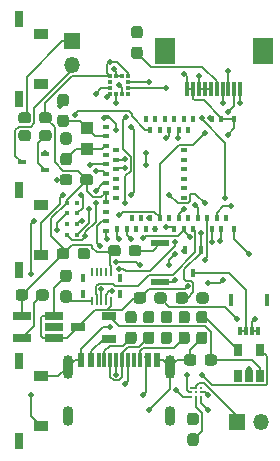
<source format=gbr>
%TF.GenerationSoftware,KiCad,Pcbnew,(5.99.0-2309-gaf729d578)*%
%TF.CreationDate,2020-08-23T06:16:52-04:00*%
%TF.ProjectId,mk2,6d6b322e-6b69-4636-9164-5f7063625858,rev?*%
%TF.SameCoordinates,Original*%
%TF.FileFunction,Copper,L1,Top*%
%TF.FilePolarity,Positive*%
%FSLAX46Y46*%
G04 Gerber Fmt 4.6, Leading zero omitted, Abs format (unit mm)*
G04 Created by KiCad (PCBNEW (5.99.0-2309-gaf729d578)) date 2020-08-23 06:16:52*
%MOMM*%
%LPD*%
G01*
G04 APERTURE LIST*
%TA.AperFunction,ComponentPad*%
%ADD10O,1.350000X1.350000*%
%TD*%
%TA.AperFunction,ComponentPad*%
%ADD11R,1.350000X1.350000*%
%TD*%
%TA.AperFunction,SMDPad,CuDef*%
%ADD12R,0.300000X0.350000*%
%TD*%
%TA.AperFunction,SMDPad,CuDef*%
%ADD13R,0.350000X0.300000*%
%TD*%
%TA.AperFunction,SMDPad,CuDef*%
%ADD14R,0.300000X1.000000*%
%TD*%
%TA.AperFunction,SMDPad,CuDef*%
%ADD15R,0.300000X0.700000*%
%TD*%
%TA.AperFunction,SMDPad,CuDef*%
%ADD16R,0.450000X0.655000*%
%TD*%
%TA.AperFunction,SMDPad,CuDef*%
%ADD17R,0.230000X0.750000*%
%TD*%
%TA.AperFunction,SMDPad,CuDef*%
%ADD18R,0.420000X0.400000*%
%TD*%
%TA.AperFunction,SMDPad,CuDef*%
%ADD19C,0.229500*%
%TD*%
%TA.AperFunction,SMDPad,CuDef*%
%ADD20R,0.300000X1.300000*%
%TD*%
%TA.AperFunction,SMDPad,CuDef*%
%ADD21R,1.800000X2.200000*%
%TD*%
%TA.AperFunction,SMDPad,CuDef*%
%ADD22R,0.700000X0.450000*%
%TD*%
%TA.AperFunction,SMDPad,CuDef*%
%ADD23R,0.600000X1.160000*%
%TD*%
%TA.AperFunction,SMDPad,CuDef*%
%ADD24R,0.300000X1.160000*%
%TD*%
%TA.AperFunction,ComponentPad*%
%ADD25O,0.900000X1.700000*%
%TD*%
%TA.AperFunction,ComponentPad*%
%ADD26O,0.900000X2.000000*%
%TD*%
%TA.AperFunction,SMDPad,CuDef*%
%ADD27R,0.800000X1.450000*%
%TD*%
%TA.AperFunction,SMDPad,CuDef*%
%ADD28R,1.270000X0.900000*%
%TD*%
%TA.AperFunction,SMDPad,CuDef*%
%ADD29R,0.450000X0.700000*%
%TD*%
%TA.AperFunction,SMDPad,CuDef*%
%ADD30R,1.100000X1.050000*%
%TD*%
%TA.AperFunction,SMDPad,CuDef*%
%ADD31R,0.650000X1.060000*%
%TD*%
%TA.AperFunction,SMDPad,CuDef*%
%ADD32R,1.560000X0.650000*%
%TD*%
%TA.AperFunction,SMDPad,CuDef*%
%ADD33R,1.500000X0.550000*%
%TD*%
%TA.AperFunction,SMDPad,CuDef*%
%ADD34R,0.400000X0.600000*%
%TD*%
%TA.AperFunction,SMDPad,CuDef*%
%ADD35R,0.600000X0.400000*%
%TD*%
%TA.AperFunction,SMDPad,CuDef*%
%ADD36R,1.220000X0.650000*%
%TD*%
%TA.AperFunction,ViaPad*%
%ADD37C,0.500000*%
%TD*%
%TA.AperFunction,Conductor*%
%ADD38C,0.130000*%
%TD*%
G04 APERTURE END LIST*
D10*
%TO.P,J3,2,Pin_2*%
%TO.N,Net-(J3-Pad2)*%
X17500000Y-17250000D03*
D11*
%TO.P,J3,1,Pin_1*%
%TO.N,Net-(J3-Pad1)*%
X17500000Y-15250000D03*
%TD*%
D10*
%TO.P,BT1,2,-*%
%TO.N,GND*%
X33500000Y-47500000D03*
D11*
%TO.P,BT1,1,+*%
%TO.N,+BATT*%
X31500000Y-47500000D03*
%TD*%
D12*
%TO.P,U4,8,GNDIO*%
%TO.N,GND*%
X21750000Y-18225000D03*
%TO.P,U4,9,GND*%
X21250000Y-18225000D03*
%TO.P,U4,3,VDDIO*%
%TO.N,VCC*%
X21750000Y-19775000D03*
%TO.P,U4,2,SDX*%
%TO.N,SDA*%
X21250000Y-19775000D03*
%TO.P,U4,7,VDD*%
%TO.N,VCC*%
X22250000Y-18225000D03*
%TO.P,U4,4*%
%TO.N,N/C*%
X22250000Y-19775000D03*
D13*
%TO.P,U4,6,INT2*%
%TO.N,ACCELINT2*%
X22275000Y-18750000D03*
%TO.P,U4,5,INT1*%
%TO.N,ACCELINT1*%
X22275000Y-19250000D03*
D12*
%TO.P,U4,10,~CSB~*%
%TO.N,VCC*%
X20750000Y-18225000D03*
%TO.P,U4,1,SDO*%
%TO.N,GND*%
X20750000Y-19775000D03*
D13*
%TO.P,U4,11*%
%TO.N,N/C*%
X20725000Y-18750000D03*
%TO.P,U4,12,SCX*%
%TO.N,SCL*%
X20725000Y-19250000D03*
%TD*%
D14*
%TO.P,J4,S2,SHIELD__1*%
%TO.N,N/C*%
X30960000Y-37175000D03*
%TO.P,J4,S1,SHIELD*%
X34040000Y-37175000D03*
D15*
%TO.P,J4,4,4*%
%TO.N,Net-(J4-Pad3)*%
X31750000Y-39825000D03*
%TO.P,J4,3,3*%
X32250000Y-39825000D03*
%TO.P,J4,2,2*%
%TO.N,Net-(J4-Pad1)*%
X32750000Y-39825000D03*
%TO.P,J4,1,1*%
X33250000Y-39825000D03*
%TD*%
%TO.P,R16,2*%
%TO.N,Net-(J3-Pad1)*%
%TA.AperFunction,SMDPad,CuDef*%
G36*
G01*
X14025000Y-21512500D02*
X14025000Y-21987500D01*
G75*
G02*
X13787500Y-22225000I-237500J0D01*
G01*
X13212500Y-22225000D01*
G75*
G02*
X12975000Y-21987500I0J237500D01*
G01*
X12975000Y-21512500D01*
G75*
G02*
X13212500Y-21275000I237500J0D01*
G01*
X13787500Y-21275000D01*
G75*
G02*
X14025000Y-21512500I0J-237500D01*
G01*
G37*
%TD.AperFunction*%
%TO.P,R16,1*%
%TO.N,VCC*%
%TA.AperFunction,SMDPad,CuDef*%
G36*
G01*
X15775000Y-21512500D02*
X15775000Y-21987500D01*
G75*
G02*
X15537500Y-22225000I-237500J0D01*
G01*
X14962500Y-22225000D01*
G75*
G02*
X14725000Y-21987500I0J237500D01*
G01*
X14725000Y-21512500D01*
G75*
G02*
X14962500Y-21275000I237500J0D01*
G01*
X15537500Y-21275000D01*
G75*
G02*
X15775000Y-21512500I0J-237500D01*
G01*
G37*
%TD.AperFunction*%
%TD*%
%TO.P,R15,2*%
%TO.N,GND*%
%TA.AperFunction,SMDPad,CuDef*%
G36*
G01*
X14025000Y-23012500D02*
X14025000Y-23487500D01*
G75*
G02*
X13787500Y-23725000I-237500J0D01*
G01*
X13212500Y-23725000D01*
G75*
G02*
X12975000Y-23487500I0J237500D01*
G01*
X12975000Y-23012500D01*
G75*
G02*
X13212500Y-22775000I237500J0D01*
G01*
X13787500Y-22775000D01*
G75*
G02*
X14025000Y-23012500I0J-237500D01*
G01*
G37*
%TD.AperFunction*%
%TO.P,R15,1*%
%TO.N,BUZZER*%
%TA.AperFunction,SMDPad,CuDef*%
G36*
G01*
X15775000Y-23012500D02*
X15775000Y-23487500D01*
G75*
G02*
X15537500Y-23725000I-237500J0D01*
G01*
X14962500Y-23725000D01*
G75*
G02*
X14725000Y-23487500I0J237500D01*
G01*
X14725000Y-23012500D01*
G75*
G02*
X14962500Y-22775000I237500J0D01*
G01*
X15537500Y-22775000D01*
G75*
G02*
X15775000Y-23012500I0J-237500D01*
G01*
G37*
%TD.AperFunction*%
%TD*%
%TO.P,R14,2*%
%TO.N,Net-(J4-Pad1)*%
%TA.AperFunction,SMDPad,CuDef*%
G36*
G01*
X24475000Y-37237500D02*
X24475000Y-36762500D01*
G75*
G02*
X24712500Y-36525000I237500J0D01*
G01*
X25287500Y-36525000D01*
G75*
G02*
X25525000Y-36762500I0J-237500D01*
G01*
X25525000Y-37237500D01*
G75*
G02*
X25287500Y-37475000I-237500J0D01*
G01*
X24712500Y-37475000D01*
G75*
G02*
X24475000Y-37237500I0J237500D01*
G01*
G37*
%TD.AperFunction*%
%TO.P,R14,1*%
%TO.N,VIN*%
%TA.AperFunction,SMDPad,CuDef*%
G36*
G01*
X22725000Y-37237500D02*
X22725000Y-36762500D01*
G75*
G02*
X22962500Y-36525000I237500J0D01*
G01*
X23537500Y-36525000D01*
G75*
G02*
X23775000Y-36762500I0J-237500D01*
G01*
X23775000Y-37237500D01*
G75*
G02*
X23537500Y-37475000I-237500J0D01*
G01*
X22962500Y-37475000D01*
G75*
G02*
X22725000Y-37237500I0J237500D01*
G01*
G37*
%TD.AperFunction*%
%TD*%
%TO.P,R13,2*%
%TO.N,GND*%
%TA.AperFunction,SMDPad,CuDef*%
G36*
G01*
X28026000Y-37237500D02*
X28026000Y-36762500D01*
G75*
G02*
X28263500Y-36525000I237500J0D01*
G01*
X28838500Y-36525000D01*
G75*
G02*
X29076000Y-36762500I0J-237500D01*
G01*
X29076000Y-37237500D01*
G75*
G02*
X28838500Y-37475000I-237500J0D01*
G01*
X28263500Y-37475000D01*
G75*
G02*
X28026000Y-37237500I0J237500D01*
G01*
G37*
%TD.AperFunction*%
%TO.P,R13,1*%
%TO.N,BACKLIGHT*%
%TA.AperFunction,SMDPad,CuDef*%
G36*
G01*
X26276000Y-37237500D02*
X26276000Y-36762500D01*
G75*
G02*
X26513500Y-36525000I237500J0D01*
G01*
X27088500Y-36525000D01*
G75*
G02*
X27326000Y-36762500I0J-237500D01*
G01*
X27326000Y-37237500D01*
G75*
G02*
X27088500Y-37475000I-237500J0D01*
G01*
X26513500Y-37475000D01*
G75*
G02*
X26276000Y-37237500I0J237500D01*
G01*
G37*
%TD.AperFunction*%
%TD*%
%TO.P,R12,2*%
%TO.N,GND*%
%TA.AperFunction,SMDPad,CuDef*%
G36*
G01*
X27237500Y-39150000D02*
X26762500Y-39150000D01*
G75*
G02*
X26525000Y-38912500I0J237500D01*
G01*
X26525000Y-38337500D01*
G75*
G02*
X26762500Y-38100000I237500J0D01*
G01*
X27237500Y-38100000D01*
G75*
G02*
X27475000Y-38337500I0J-237500D01*
G01*
X27475000Y-38912500D01*
G75*
G02*
X27237500Y-39150000I-237500J0D01*
G01*
G37*
%TD.AperFunction*%
%TO.P,R12,1*%
%TO.N,Net-(J2-PadB5)*%
%TA.AperFunction,SMDPad,CuDef*%
G36*
G01*
X27237500Y-40900000D02*
X26762500Y-40900000D01*
G75*
G02*
X26525000Y-40662500I0J237500D01*
G01*
X26525000Y-40087500D01*
G75*
G02*
X26762500Y-39850000I237500J0D01*
G01*
X27237500Y-39850000D01*
G75*
G02*
X27475000Y-40087500I0J-237500D01*
G01*
X27475000Y-40662500D01*
G75*
G02*
X27237500Y-40900000I-237500J0D01*
G01*
G37*
%TD.AperFunction*%
%TD*%
%TO.P,R11,2*%
%TO.N,GND*%
%TA.AperFunction,SMDPad,CuDef*%
G36*
G01*
X22737500Y-39150000D02*
X22262500Y-39150000D01*
G75*
G02*
X22025000Y-38912500I0J237500D01*
G01*
X22025000Y-38337500D01*
G75*
G02*
X22262500Y-38100000I237500J0D01*
G01*
X22737500Y-38100000D01*
G75*
G02*
X22975000Y-38337500I0J-237500D01*
G01*
X22975000Y-38912500D01*
G75*
G02*
X22737500Y-39150000I-237500J0D01*
G01*
G37*
%TD.AperFunction*%
%TO.P,R11,1*%
%TO.N,Net-(J2-PadA5)*%
%TA.AperFunction,SMDPad,CuDef*%
G36*
G01*
X22737500Y-40900000D02*
X22262500Y-40900000D01*
G75*
G02*
X22025000Y-40662500I0J237500D01*
G01*
X22025000Y-40087500D01*
G75*
G02*
X22262500Y-39850000I237500J0D01*
G01*
X22737500Y-39850000D01*
G75*
G02*
X22975000Y-40087500I0J-237500D01*
G01*
X22975000Y-40662500D01*
G75*
G02*
X22737500Y-40900000I-237500J0D01*
G01*
G37*
%TD.AperFunction*%
%TD*%
%TO.P,R9,2*%
%TO.N,GND*%
%TA.AperFunction,SMDPad,CuDef*%
G36*
G01*
X28262500Y-39850000D02*
X28737500Y-39850000D01*
G75*
G02*
X28975000Y-40087500I0J-237500D01*
G01*
X28975000Y-40662500D01*
G75*
G02*
X28737500Y-40900000I-237500J0D01*
G01*
X28262500Y-40900000D01*
G75*
G02*
X28025000Y-40662500I0J237500D01*
G01*
X28025000Y-40087500D01*
G75*
G02*
X28262500Y-39850000I237500J0D01*
G01*
G37*
%TD.AperFunction*%
%TO.P,R9,1*%
%TO.N,Net-(R9-Pad1)*%
%TA.AperFunction,SMDPad,CuDef*%
G36*
G01*
X28262500Y-38100000D02*
X28737500Y-38100000D01*
G75*
G02*
X28975000Y-38337500I0J-237500D01*
G01*
X28975000Y-38912500D01*
G75*
G02*
X28737500Y-39150000I-237500J0D01*
G01*
X28262500Y-39150000D01*
G75*
G02*
X28025000Y-38912500I0J237500D01*
G01*
X28025000Y-38337500D01*
G75*
G02*
X28262500Y-38100000I237500J0D01*
G01*
G37*
%TD.AperFunction*%
%TD*%
%TO.P,R6,2*%
%TO.N,RST*%
%TA.AperFunction,SMDPad,CuDef*%
G36*
G01*
X22319000Y-33237500D02*
X22319000Y-32762500D01*
G75*
G02*
X22556500Y-32525000I237500J0D01*
G01*
X23131500Y-32525000D01*
G75*
G02*
X23369000Y-32762500I0J-237500D01*
G01*
X23369000Y-33237500D01*
G75*
G02*
X23131500Y-33475000I-237500J0D01*
G01*
X22556500Y-33475000D01*
G75*
G02*
X22319000Y-33237500I0J237500D01*
G01*
G37*
%TD.AperFunction*%
%TO.P,R6,1*%
%TO.N,VCC*%
%TA.AperFunction,SMDPad,CuDef*%
G36*
G01*
X20569000Y-33237500D02*
X20569000Y-32762500D01*
G75*
G02*
X20806500Y-32525000I237500J0D01*
G01*
X21381500Y-32525000D01*
G75*
G02*
X21619000Y-32762500I0J-237500D01*
G01*
X21619000Y-33237500D01*
G75*
G02*
X21381500Y-33475000I-237500J0D01*
G01*
X20806500Y-33475000D01*
G75*
G02*
X20569000Y-33237500I0J237500D01*
G01*
G37*
%TD.AperFunction*%
%TD*%
%TO.P,R4,2*%
%TO.N,USB_DP*%
%TA.AperFunction,SMDPad,CuDef*%
G36*
G01*
X25262500Y-39850000D02*
X25737500Y-39850000D01*
G75*
G02*
X25975000Y-40087500I0J-237500D01*
G01*
X25975000Y-40662500D01*
G75*
G02*
X25737500Y-40900000I-237500J0D01*
G01*
X25262500Y-40900000D01*
G75*
G02*
X25025000Y-40662500I0J237500D01*
G01*
X25025000Y-40087500D01*
G75*
G02*
X25262500Y-39850000I237500J0D01*
G01*
G37*
%TD.AperFunction*%
%TO.P,R4,1*%
%TO.N,Net-(IC1-Pad35)*%
%TA.AperFunction,SMDPad,CuDef*%
G36*
G01*
X25262500Y-38100000D02*
X25737500Y-38100000D01*
G75*
G02*
X25975000Y-38337500I0J-237500D01*
G01*
X25975000Y-38912500D01*
G75*
G02*
X25737500Y-39150000I-237500J0D01*
G01*
X25262500Y-39150000D01*
G75*
G02*
X25025000Y-38912500I0J237500D01*
G01*
X25025000Y-38337500D01*
G75*
G02*
X25262500Y-38100000I237500J0D01*
G01*
G37*
%TD.AperFunction*%
%TD*%
%TO.P,R3,2*%
%TO.N,USB_DN*%
%TA.AperFunction,SMDPad,CuDef*%
G36*
G01*
X23762500Y-39850000D02*
X24237500Y-39850000D01*
G75*
G02*
X24475000Y-40087500I0J-237500D01*
G01*
X24475000Y-40662500D01*
G75*
G02*
X24237500Y-40900000I-237500J0D01*
G01*
X23762500Y-40900000D01*
G75*
G02*
X23525000Y-40662500I0J237500D01*
G01*
X23525000Y-40087500D01*
G75*
G02*
X23762500Y-39850000I237500J0D01*
G01*
G37*
%TD.AperFunction*%
%TO.P,R3,1*%
%TO.N,Net-(IC1-Pad34)*%
%TA.AperFunction,SMDPad,CuDef*%
G36*
G01*
X23762500Y-38100000D02*
X24237500Y-38100000D01*
G75*
G02*
X24475000Y-38337500I0J-237500D01*
G01*
X24475000Y-38912500D01*
G75*
G02*
X24237500Y-39150000I-237500J0D01*
G01*
X23762500Y-39150000D01*
G75*
G02*
X23525000Y-38912500I0J237500D01*
G01*
X23525000Y-38337500D01*
G75*
G02*
X23762500Y-38100000I237500J0D01*
G01*
G37*
%TD.AperFunction*%
%TD*%
%TO.P,C20,2*%
%TO.N,GND*%
%TA.AperFunction,SMDPad,CuDef*%
G36*
G01*
X28025000Y-42012500D02*
X28025000Y-42487500D01*
G75*
G02*
X27787500Y-42725000I-237500J0D01*
G01*
X27212500Y-42725000D01*
G75*
G02*
X26975000Y-42487500I0J237500D01*
G01*
X26975000Y-42012500D01*
G75*
G02*
X27212500Y-41775000I237500J0D01*
G01*
X27787500Y-41775000D01*
G75*
G02*
X28025000Y-42012500I0J-237500D01*
G01*
G37*
%TD.AperFunction*%
%TO.P,C20,1*%
%TO.N,BATTPOW*%
%TA.AperFunction,SMDPad,CuDef*%
G36*
G01*
X29775000Y-42012500D02*
X29775000Y-42487500D01*
G75*
G02*
X29537500Y-42725000I-237500J0D01*
G01*
X28962500Y-42725000D01*
G75*
G02*
X28725000Y-42487500I0J237500D01*
G01*
X28725000Y-42012500D01*
G75*
G02*
X28962500Y-41775000I237500J0D01*
G01*
X29537500Y-41775000D01*
G75*
G02*
X29775000Y-42012500I0J-237500D01*
G01*
G37*
%TD.AperFunction*%
%TD*%
%TO.P,C10,2*%
%TO.N,GND*%
%TA.AperFunction,SMDPad,CuDef*%
G36*
G01*
X27987500Y-47775000D02*
X27512500Y-47775000D01*
G75*
G02*
X27275000Y-47537500I0J237500D01*
G01*
X27275000Y-46962500D01*
G75*
G02*
X27512500Y-46725000I237500J0D01*
G01*
X27987500Y-46725000D01*
G75*
G02*
X28225000Y-46962500I0J-237500D01*
G01*
X28225000Y-47537500D01*
G75*
G02*
X27987500Y-47775000I-237500J0D01*
G01*
G37*
%TD.AperFunction*%
%TO.P,C10,1*%
%TO.N,Net-(C10-Pad1)*%
%TA.AperFunction,SMDPad,CuDef*%
G36*
G01*
X27987500Y-49525000D02*
X27512500Y-49525000D01*
G75*
G02*
X27275000Y-49287500I0J237500D01*
G01*
X27275000Y-48712500D01*
G75*
G02*
X27512500Y-48475000I237500J0D01*
G01*
X27987500Y-48475000D01*
G75*
G02*
X28225000Y-48712500I0J-237500D01*
G01*
X28225000Y-49287500D01*
G75*
G02*
X27987500Y-49525000I-237500J0D01*
G01*
G37*
%TD.AperFunction*%
%TD*%
%TO.P,C9,2*%
%TO.N,GND*%
%TA.AperFunction,SMDPad,CuDef*%
G36*
G01*
X23237500Y-15025000D02*
X22762500Y-15025000D01*
G75*
G02*
X22525000Y-14787500I0J237500D01*
G01*
X22525000Y-14212500D01*
G75*
G02*
X22762500Y-13975000I237500J0D01*
G01*
X23237500Y-13975000D01*
G75*
G02*
X23475000Y-14212500I0J-237500D01*
G01*
X23475000Y-14787500D01*
G75*
G02*
X23237500Y-15025000I-237500J0D01*
G01*
G37*
%TD.AperFunction*%
%TO.P,C9,1*%
%TO.N,LCD_DISP*%
%TA.AperFunction,SMDPad,CuDef*%
G36*
G01*
X23237500Y-16775000D02*
X22762500Y-16775000D01*
G75*
G02*
X22525000Y-16537500I0J237500D01*
G01*
X22525000Y-15962500D01*
G75*
G02*
X22762500Y-15725000I237500J0D01*
G01*
X23237500Y-15725000D01*
G75*
G02*
X23475000Y-15962500I0J-237500D01*
G01*
X23475000Y-16537500D01*
G75*
G02*
X23237500Y-16775000I-237500J0D01*
G01*
G37*
%TD.AperFunction*%
%TD*%
%TO.P,C7,2*%
%TO.N,GND*%
%TA.AperFunction,SMDPad,CuDef*%
G36*
G01*
X17975000Y-33487500D02*
X17975000Y-33012500D01*
G75*
G02*
X18212500Y-32775000I237500J0D01*
G01*
X18787500Y-32775000D01*
G75*
G02*
X19025000Y-33012500I0J-237500D01*
G01*
X19025000Y-33487500D01*
G75*
G02*
X18787500Y-33725000I-237500J0D01*
G01*
X18212500Y-33725000D01*
G75*
G02*
X17975000Y-33487500I0J237500D01*
G01*
G37*
%TD.AperFunction*%
%TO.P,C7,1*%
%TO.N,VCC*%
%TA.AperFunction,SMDPad,CuDef*%
G36*
G01*
X16225000Y-33487500D02*
X16225000Y-33012500D01*
G75*
G02*
X16462500Y-32775000I237500J0D01*
G01*
X17037500Y-32775000D01*
G75*
G02*
X17275000Y-33012500I0J-237500D01*
G01*
X17275000Y-33487500D01*
G75*
G02*
X17037500Y-33725000I-237500J0D01*
G01*
X16462500Y-33725000D01*
G75*
G02*
X16225000Y-33487500I0J237500D01*
G01*
G37*
%TD.AperFunction*%
%TD*%
%TO.P,C4,2*%
%TO.N,GND*%
%TA.AperFunction,SMDPad,CuDef*%
G36*
G01*
X16762500Y-36350000D02*
X17237500Y-36350000D01*
G75*
G02*
X17475000Y-36587500I0J-237500D01*
G01*
X17475000Y-37162500D01*
G75*
G02*
X17237500Y-37400000I-237500J0D01*
G01*
X16762500Y-37400000D01*
G75*
G02*
X16525000Y-37162500I0J237500D01*
G01*
X16525000Y-36587500D01*
G75*
G02*
X16762500Y-36350000I237500J0D01*
G01*
G37*
%TD.AperFunction*%
%TO.P,C4,1*%
%TO.N,VIN*%
%TA.AperFunction,SMDPad,CuDef*%
G36*
G01*
X16762500Y-34600000D02*
X17237500Y-34600000D01*
G75*
G02*
X17475000Y-34837500I0J-237500D01*
G01*
X17475000Y-35412500D01*
G75*
G02*
X17237500Y-35650000I-237500J0D01*
G01*
X16762500Y-35650000D01*
G75*
G02*
X16525000Y-35412500I0J237500D01*
G01*
X16525000Y-34837500D01*
G75*
G02*
X16762500Y-34600000I237500J0D01*
G01*
G37*
%TD.AperFunction*%
%TD*%
%TO.P,C3,2*%
%TO.N,GND*%
%TA.AperFunction,SMDPad,CuDef*%
G36*
G01*
X17525000Y-26762500D02*
X17525000Y-27237500D01*
G75*
G02*
X17287500Y-27475000I-237500J0D01*
G01*
X16712500Y-27475000D01*
G75*
G02*
X16475000Y-27237500I0J237500D01*
G01*
X16475000Y-26762500D01*
G75*
G02*
X16712500Y-26525000I237500J0D01*
G01*
X17287500Y-26525000D01*
G75*
G02*
X17525000Y-26762500I0J-237500D01*
G01*
G37*
%TD.AperFunction*%
%TO.P,C3,1*%
%TO.N,VCC*%
%TA.AperFunction,SMDPad,CuDef*%
G36*
G01*
X19275000Y-26762500D02*
X19275000Y-27237500D01*
G75*
G02*
X19037500Y-27475000I-237500J0D01*
G01*
X18462500Y-27475000D01*
G75*
G02*
X18225000Y-27237500I0J237500D01*
G01*
X18225000Y-26762500D01*
G75*
G02*
X18462500Y-26525000I237500J0D01*
G01*
X19037500Y-26525000D01*
G75*
G02*
X19275000Y-26762500I0J-237500D01*
G01*
G37*
%TD.AperFunction*%
%TD*%
%TO.P,C2,2*%
%TO.N,/XL2*%
%TA.AperFunction,SMDPad,CuDef*%
G36*
G01*
X16762500Y-24725000D02*
X17237500Y-24725000D01*
G75*
G02*
X17475000Y-24962500I0J-237500D01*
G01*
X17475000Y-25537500D01*
G75*
G02*
X17237500Y-25775000I-237500J0D01*
G01*
X16762500Y-25775000D01*
G75*
G02*
X16525000Y-25537500I0J237500D01*
G01*
X16525000Y-24962500D01*
G75*
G02*
X16762500Y-24725000I237500J0D01*
G01*
G37*
%TD.AperFunction*%
%TO.P,C2,1*%
%TO.N,GND*%
%TA.AperFunction,SMDPad,CuDef*%
G36*
G01*
X16762500Y-22975000D02*
X17237500Y-22975000D01*
G75*
G02*
X17475000Y-23212500I0J-237500D01*
G01*
X17475000Y-23787500D01*
G75*
G02*
X17237500Y-24025000I-237500J0D01*
G01*
X16762500Y-24025000D01*
G75*
G02*
X16525000Y-23787500I0J237500D01*
G01*
X16525000Y-23212500D01*
G75*
G02*
X16762500Y-22975000I237500J0D01*
G01*
G37*
%TD.AperFunction*%
%TD*%
%TO.P,C1,2*%
%TO.N,/XL1*%
%TA.AperFunction,SMDPad,CuDef*%
G36*
G01*
X16512500Y-21475000D02*
X16987500Y-21475000D01*
G75*
G02*
X17225000Y-21712500I0J-237500D01*
G01*
X17225000Y-22287500D01*
G75*
G02*
X16987500Y-22525000I-237500J0D01*
G01*
X16512500Y-22525000D01*
G75*
G02*
X16275000Y-22287500I0J237500D01*
G01*
X16275000Y-21712500D01*
G75*
G02*
X16512500Y-21475000I237500J0D01*
G01*
G37*
%TD.AperFunction*%
%TO.P,C1,1*%
%TO.N,GND*%
%TA.AperFunction,SMDPad,CuDef*%
G36*
G01*
X16512500Y-19725000D02*
X16987500Y-19725000D01*
G75*
G02*
X17225000Y-19962500I0J-237500D01*
G01*
X17225000Y-20537500D01*
G75*
G02*
X16987500Y-20775000I-237500J0D01*
G01*
X16512500Y-20775000D01*
G75*
G02*
X16275000Y-20537500I0J237500D01*
G01*
X16275000Y-19962500D01*
G75*
G02*
X16512500Y-19725000I237500J0D01*
G01*
G37*
%TD.AperFunction*%
%TD*%
D16*
%TO.P,P1,P2*%
%TO.N,N/C*%
X18400000Y-36702500D03*
%TO.P,P1,P4*%
X18400000Y-35297500D03*
%TO.P,P1,P3*%
X21600000Y-35297500D03*
%TO.P,P1,P1*%
X21600000Y-36702500D03*
D17*
%TO.P,P1,9,9*%
%TO.N,GND*%
X19200000Y-37225000D03*
%TO.P,P1,1,1*%
%TO.N,VIN*%
X20800000Y-37225000D03*
%TO.P,P1,7,7*%
%TO.N,BUTTON4*%
X19600000Y-37225000D03*
%TO.P,P1,3,3*%
%TO.N,FLASHLIGHT*%
X20400000Y-37225000D03*
%TO.P,P1,5,5*%
%TO.N,BUTTON2*%
X20000000Y-37225000D03*
%TO.P,P1,10,10*%
%TO.N,N/C*%
X19200000Y-34775000D03*
%TO.P,P1,2,2*%
%TO.N,VCC*%
X20800000Y-34775000D03*
%TO.P,P1,8,8*%
%TO.N,N/C*%
X19600000Y-34775000D03*
%TO.P,P1,4,4*%
X20400000Y-34775000D03*
%TO.P,P1,6,6*%
X20000000Y-34775000D03*
%TD*%
D18*
%TO.P,IC2,4*%
%TO.N,N/C*%
X17950000Y-28950000D03*
%TO.P,IC2,3,VSS*%
%TO.N,GND*%
X17950000Y-29850000D03*
%TO.P,IC2,2,SQW*%
%TO.N,SQW*%
X17950000Y-30750000D03*
%TO.P,IC2,1,SDA*%
%TO.N,SDA*%
X17950000Y-31650000D03*
%TO.P,IC2,5,VCC*%
%TO.N,VCC*%
X17050000Y-28950000D03*
%TO.P,IC2,6,~IRQ/OUT~*%
%TO.N,RTCIRQ*%
X17050000Y-29850000D03*
%TO.P,IC2,7*%
%TO.N,N/C*%
X17050000Y-30750000D03*
%TO.P,IC2,8,SCL*%
%TO.N,SCL*%
X17050000Y-31650000D03*
%TD*%
D19*
%TO.P,U6,C3,GND*%
%TO.N,GND*%
X28400000Y-45400000D03*
%TO.P,U6,C2,REG*%
%TO.N,Net-(C10-Pad1)*%
X28000000Y-45400000D03*
%TO.P,U6,C1,SDA*%
%TO.N,SDA*%
X27600000Y-45400000D03*
%TO.P,U6,B3,SYS*%
%TO.N,BATTPOW*%
X28400000Y-45000000D03*
%TO.P,U6,B2,~ALRT~*%
%TO.N,N/C*%
X28000000Y-45000000D03*
%TO.P,U6,B1,SCL*%
%TO.N,SCL*%
X27600000Y-45000000D03*
%TO.P,U6,A3,NC*%
%TO.N,N/C*%
X28400000Y-44600000D03*
%TO.P,U6,A2,BATT*%
%TO.N,+BATT*%
X28000000Y-44600000D03*
%TO.P,U6,A1,TH*%
X27600000Y-44600000D03*
%TD*%
D20*
%TO.P,J1,10,Pin_10*%
%TO.N,GND*%
X27250000Y-19350000D03*
%TO.P,J1,9,Pin_9*%
X27750000Y-19350000D03*
%TO.P,J1,8,Pin_8*%
%TO.N,VIN*%
X28250000Y-19350000D03*
%TO.P,J1,7,Pin_7*%
X28750000Y-19350000D03*
%TO.P,J1,6,Pin_6*%
X29250000Y-19350000D03*
%TO.P,J1,5,Pin_5*%
%TO.N,LCD_DISP*%
X29750000Y-19350000D03*
%TO.P,J1,4,Pin_4*%
%TO.N,SQW*%
X30250000Y-19350000D03*
%TO.P,J1,3,Pin_3*%
%TO.N,LCD_CS*%
X30750000Y-19350000D03*
%TO.P,J1,2,Pin_2*%
%TO.N,SPI_MOSI*%
X31250000Y-19350000D03*
%TO.P,J1,1,Pin_1*%
%TO.N,SPI_CLK*%
X31750000Y-19350000D03*
D21*
%TO.P,J1,MP*%
%TO.N,N/C*%
X33650000Y-16100000D03*
X25350000Y-16100000D03*
%TD*%
D22*
%TO.P,Q4,3,D*%
%TO.N,Net-(J3-Pad2)*%
X13250000Y-25500000D03*
%TO.P,Q4,2,S*%
%TO.N,GND*%
X15250000Y-24850000D03*
%TO.P,Q4,1,G*%
%TO.N,BUZZER*%
X15250000Y-26150000D03*
%TD*%
D23*
%TO.P,J2,A12,GND*%
%TO.N,GND*%
X24700000Y-42240000D03*
%TO.P,J2,A9,VBUS*%
%TO.N,VUSB*%
X23900000Y-42240000D03*
%TO.P,J2,A1,GND*%
%TO.N,GND*%
X18300000Y-42240000D03*
%TO.P,J2,A4,VBUS*%
%TO.N,VUSB*%
X19100000Y-42240000D03*
D24*
%TO.P,J2,B5,CC2*%
%TO.N,Net-(J2-PadB5)*%
X23250000Y-42240000D03*
%TO.P,J2,B6,D+*%
%TO.N,USB_DP*%
X22250000Y-42240000D03*
%TO.P,J2,A8,SBU1*%
%TO.N,N/C*%
X22750000Y-42240000D03*
%TO.P,J2,A5,CC1*%
%TO.N,Net-(J2-PadA5)*%
X20250000Y-42240000D03*
%TO.P,J2,B8,SBU2*%
%TO.N,N/C*%
X19750000Y-42240000D03*
%TO.P,J2,A7,D-*%
%TO.N,USB_DN*%
X21750000Y-42240000D03*
%TO.P,J2,A6,D+*%
%TO.N,USB_DP*%
X21250000Y-42240000D03*
%TO.P,J2,B7,D-*%
%TO.N,USB_DN*%
X20750000Y-42240000D03*
D25*
%TO.P,J2,S1,SHIELD*%
%TO.N,GND*%
X25820000Y-46990000D03*
X17180000Y-46990000D03*
D26*
X25820000Y-42820000D03*
X17180000Y-42820000D03*
%TD*%
D27*
%TO.P,SW4,4*%
%TO.N,N/C*%
X13000000Y-49125000D03*
%TO.P,SW4,3*%
X13000000Y-42375000D03*
D28*
%TO.P,SW4,2,2*%
%TO.N,BUTTON3*%
X14885000Y-47850000D03*
%TO.P,SW4,1,1*%
%TO.N,GND*%
X14885000Y-43650000D03*
%TD*%
D27*
%TO.P,SW2,4*%
%TO.N,N/C*%
X13000000Y-20125000D03*
%TO.P,SW2,3*%
X13000000Y-13375000D03*
D28*
%TO.P,SW2,2,2*%
%TO.N,BUTTON1*%
X14885000Y-18850000D03*
%TO.P,SW2,1,1*%
%TO.N,GND*%
X14885000Y-14650000D03*
%TD*%
D27*
%TO.P,SW1,4*%
%TO.N,N/C*%
X13000000Y-34625000D03*
%TO.P,SW1,3*%
X13000000Y-27875000D03*
D28*
%TO.P,SW1,2,2*%
%TO.N,BUTTON5*%
X14885000Y-33350000D03*
%TO.P,SW1,1,1*%
%TO.N,GND*%
X14885000Y-29150000D03*
%TD*%
D29*
%TO.P,Q3,3,D*%
%TO.N,Net-(J4-Pad3)*%
X27750000Y-34909000D03*
%TO.P,Q3,2,S*%
%TO.N,GND*%
X27100000Y-32909000D03*
%TO.P,Q3,1,G*%
%TO.N,BACKLIGHT*%
X28400000Y-32909000D03*
%TD*%
D30*
%TO.P,Y1,2,2*%
%TO.N,/XL1*%
X18750000Y-22575000D03*
%TO.P,Y1,1,1*%
%TO.N,/XL2*%
X18750000Y-24425000D03*
%TD*%
D31*
%TO.P,U3,5,PROG*%
%TO.N,Net-(R9-Pad1)*%
X31550000Y-41400000D03*
%TO.P,U3,4,VDD*%
%TO.N,VUSB*%
X33450000Y-41400000D03*
%TO.P,U3,3,VBAT*%
%TO.N,BATTPOW*%
X33450000Y-43600000D03*
%TO.P,U3,2,VSS*%
%TO.N,GND*%
X32500000Y-43600000D03*
%TO.P,U3,1,STAT*%
%TO.N,CHGNG*%
X31550000Y-43600000D03*
%TD*%
D32*
%TO.P,U2,5,SW*%
%TO.N,Net-(L1-Pad1)*%
X13250000Y-40400000D03*
%TO.P,U2,4,FB*%
%TO.N,VCC*%
X13250000Y-38500000D03*
%TO.P,U2,3,EN*%
%TO.N,VIN*%
X15950000Y-38500000D03*
%TO.P,U2,2,GND*%
%TO.N,GND*%
X15950000Y-39450000D03*
%TO.P,U2,1,VIN*%
%TO.N,VIN*%
X15950000Y-40400000D03*
%TD*%
D33*
%TO.P,SW_RESET1,2,2*%
%TO.N,GND*%
X24956000Y-35625000D03*
%TO.P,SW_RESET1,1,1*%
%TO.N,RST*%
X24956000Y-32375000D03*
%TD*%
%TO.P,L1,2,2*%
%TO.N,VCC*%
%TA.AperFunction,SMDPad,CuDef*%
G36*
G01*
X13775000Y-36512500D02*
X13775000Y-36987500D01*
G75*
G02*
X13537500Y-37225000I-237500J0D01*
G01*
X12962500Y-37225000D01*
G75*
G02*
X12725000Y-36987500I0J237500D01*
G01*
X12725000Y-36512500D01*
G75*
G02*
X12962500Y-36275000I237500J0D01*
G01*
X13537500Y-36275000D01*
G75*
G02*
X13775000Y-36512500I0J-237500D01*
G01*
G37*
%TD.AperFunction*%
%TO.P,L1,1,1*%
%TO.N,Net-(L1-Pad1)*%
%TA.AperFunction,SMDPad,CuDef*%
G36*
G01*
X15525000Y-36512500D02*
X15525000Y-36987500D01*
G75*
G02*
X15287500Y-37225000I-237500J0D01*
G01*
X14712500Y-37225000D01*
G75*
G02*
X14475000Y-36987500I0J237500D01*
G01*
X14475000Y-36512500D01*
G75*
G02*
X14712500Y-36275000I237500J0D01*
G01*
X15287500Y-36275000D01*
G75*
G02*
X15525000Y-36512500I0J-237500D01*
G01*
G37*
%TD.AperFunction*%
%TD*%
D34*
%TO.P,IC1,1,GND_1*%
%TO.N,GND*%
X31250000Y-21850000D03*
%TO.P,IC1,2,GND_2*%
X30150000Y-21850000D03*
%TO.P,IC1,3,P1.10*%
%TO.N,LCD_CS*%
X29350000Y-21850000D03*
%TO.P,IC1,4,P1.11*%
%TO.N,N/C*%
X27750000Y-21850000D03*
%TO.P,IC1,5,P1.12*%
X27350000Y-22750000D03*
%TO.P,IC1,6,P1.13*%
X26950000Y-21850000D03*
%TO.P,IC1,7,P1.14*%
%TO.N,ACCELINT1*%
X26550000Y-22750000D03*
%TO.P,IC1,8,P1.15*%
%TO.N,N/C*%
X26150000Y-21850000D03*
%TO.P,IC1,9,P0.03*%
%TO.N,ACCELINT2*%
X25750000Y-22750000D03*
%TO.P,IC1,10,P0.29*%
%TO.N,N/C*%
X25350000Y-21850000D03*
%TO.P,IC1,11,P0.02*%
X24950000Y-22750000D03*
%TO.P,IC1,12,P0.31*%
X24550000Y-21850000D03*
%TO.P,IC1,13,P0.28*%
%TO.N,BUZZER*%
X24150000Y-22750000D03*
%TO.P,IC1,14,P0.30*%
%TO.N,N/C*%
X23750000Y-21850000D03*
D35*
%TO.P,IC1,15,GND_3*%
%TO.N,GND*%
X20350000Y-21700000D03*
%TO.P,IC1,16,P0.27*%
%TO.N,N/C*%
X20350000Y-22500000D03*
%TO.P,IC1,17,P0.00/XL1*%
%TO.N,/XL1*%
X20350000Y-23300000D03*
%TO.P,IC1,18,P0.01/XL2*%
%TO.N,/XL2*%
X20350000Y-24100000D03*
%TO.P,IC1,19,P0.26*%
%TO.N,N/C*%
X21250000Y-24500000D03*
%TO.P,IC1,20,P0.04*%
X20350000Y-24900000D03*
%TO.P,IC1,21,P0.05*%
%TO.N,SPI_CLK*%
X21250000Y-25300000D03*
%TO.P,IC1,22,P0.06*%
%TO.N,BUTTON1*%
X20350000Y-25700000D03*
%TO.P,IC1,23,P0.07*%
%TO.N,SPI_MOSI*%
X21250000Y-26100000D03*
%TO.P,IC1,24,P0.08*%
%TO.N,BUTTON5*%
X20350000Y-26500000D03*
%TO.P,IC1,25,P1.08*%
%TO.N,N/C*%
X21250000Y-26900000D03*
%TO.P,IC1,26,P1.09*%
%TO.N,BUTTON3*%
X20350000Y-27300000D03*
%TO.P,IC1,27,P0.11*%
%TO.N,N/C*%
X21250000Y-27700000D03*
%TO.P,IC1,28,VDD*%
%TO.N,VCC*%
X20350000Y-28100000D03*
%TO.P,IC1,29,P0.12*%
%TO.N,N/C*%
X21250000Y-28500000D03*
%TO.P,IC1,30,VDDH*%
%TO.N,VCC*%
X20350000Y-28900000D03*
%TO.P,IC1,31,DCCH*%
%TO.N,N/C*%
X20350000Y-29700000D03*
%TO.P,IC1,32,VBUS*%
%TO.N,VUSB*%
X20350000Y-30500000D03*
%TO.P,IC1,33,GND_4*%
%TO.N,GND*%
X20350000Y-31300000D03*
D34*
%TO.P,IC1,34,D-*%
%TO.N,Net-(IC1-Pad34)*%
X21350000Y-31150000D03*
%TO.P,IC1,35,D+*%
%TO.N,Net-(IC1-Pad35)*%
X22150000Y-31150000D03*
%TO.P,IC1,36,P0.14*%
%TO.N,N/C*%
X22550000Y-30250000D03*
%TO.P,IC1,37,P0.13*%
X22950000Y-31150000D03*
%TO.P,IC1,38,P0.16*%
X23350000Y-30250000D03*
%TO.P,IC1,39,P0.15*%
X23750000Y-31150000D03*
%TO.P,IC1,40,P0.18/RESET*%
%TO.N,RST*%
X24150000Y-30250000D03*
%TO.P,IC1,41,P0.17*%
%TO.N,RTCIRQ*%
X24550000Y-31150000D03*
%TO.P,IC1,42,P0.19*%
%TO.N,SQW*%
X24950000Y-30250000D03*
%TO.P,IC1,43,P0.21*%
%TO.N,N/C*%
X25750000Y-30250000D03*
%TO.P,IC1,44,P0.20*%
%TO.N,SDA*%
X26150000Y-31150000D03*
%TO.P,IC1,45,P0.23*%
%TO.N,BACKLIGHT*%
X26550000Y-30250000D03*
%TO.P,IC1,46,P0.22*%
%TO.N,SCL*%
X26950000Y-31150000D03*
%TO.P,IC1,47,P1.00*%
%TO.N,N/C*%
X27350000Y-30250000D03*
%TO.P,IC1,48,P0.24*%
%TO.N,BUTTON4*%
X27750000Y-31150000D03*
%TO.P,IC1,49,P0.25*%
%TO.N,FLASHLIGHT*%
X28150000Y-30250000D03*
%TO.P,IC1,50,P1.02*%
%TO.N,BUTTON2*%
X28950000Y-30250000D03*
%TO.P,IC1,51,SWDIO*%
%TO.N,SWDIO*%
X29350000Y-31150000D03*
%TO.P,IC1,52,P0.09/NFC1*%
%TO.N,CHGNG*%
X29750000Y-30250000D03*
%TO.P,IC1,53,SWDCLK*%
%TO.N,SWDCLK*%
X30150000Y-31150000D03*
%TO.P,IC1,54,P0.10/NFC2*%
%TO.N,N/C*%
X30550000Y-30250000D03*
%TO.P,IC1,55,GND_5*%
%TO.N,GND*%
X31250000Y-31150000D03*
D35*
%TO.P,IC1,56,P1.04*%
%TO.N,N/C*%
X26950000Y-24500000D03*
%TO.P,IC1,57,P1.06*%
X26950000Y-25300000D03*
%TO.P,IC1,58,P1.07*%
X26950000Y-26100000D03*
%TO.P,IC1,59,P1.05*%
X26950000Y-26900000D03*
%TO.P,IC1,60,P1.03*%
X26950000Y-27700000D03*
%TO.P,IC1,61,P1.01*%
X26950000Y-28500000D03*
%TD*%
D36*
%TO.P,D1,3,K*%
%TO.N,VIN*%
X18000000Y-39500000D03*
%TO.P,D1,2,A*%
%TO.N,BATTPOW*%
X20620000Y-38550000D03*
%TO.P,D1,1,A*%
%TO.N,VUSB*%
X20620000Y-40450000D03*
%TD*%
D37*
%TO.N,GND*%
X30692130Y-23182201D03*
%TO.N,SPI_MOSI*%
X23750000Y-25750000D03*
%TO.N,SPI_CLK*%
X31715010Y-20500000D03*
%TO.N,SPI_MOSI*%
X30731801Y-21231801D03*
X22000000Y-26000000D03*
X23750000Y-24750000D03*
%TO.N,LCD_CS*%
X29219030Y-21727350D03*
%TO.N,SPI_CLK*%
X22000000Y-25250000D03*
%TO.N,Net-(J4-Pad1)*%
X33000000Y-38750000D03*
X31500000Y-38750000D03*
%TO.N,GND*%
X26250000Y-35500000D03*
%TO.N,VIN*%
X27326320Y-35990837D03*
%TO.N,GND*%
X28551000Y-37000000D03*
X27000000Y-38625000D03*
X28500000Y-40375000D03*
X14750000Y-14750000D03*
X23000000Y-14500000D03*
X20500000Y-20000000D03*
X21042303Y-17623091D03*
%TO.N,VCC*%
X20722153Y-16984990D03*
%TO.N,GND*%
X20250000Y-21750000D03*
X24000000Y-46500000D03*
%TO.N,SDA*%
X26314765Y-44822982D03*
%TO.N,GND*%
X32500000Y-43000000D03*
X29000000Y-46500000D03*
X27750000Y-47250000D03*
X32500000Y-33250000D03*
%TO.N,FLASHLIGHT*%
X26234990Y-32250000D03*
%TO.N,GND*%
X25750000Y-28250000D03*
X27000000Y-33000000D03*
%TO.N,SCL*%
X27491427Y-31845936D03*
%TO.N,FLASHLIGHT*%
X27938183Y-29171117D03*
%TO.N,GND*%
X28750000Y-29000000D03*
%TO.N,BACKLIGHT*%
X26971655Y-29480020D03*
%TO.N,GND*%
X22500000Y-38750000D03*
X20750000Y-39500000D03*
X16000000Y-39500000D03*
X17000000Y-37000000D03*
X20500000Y-32000000D03*
%TO.N,VUSB*%
X19856663Y-32621673D03*
%TO.N,GND*%
X18500000Y-33250000D03*
%TO.N,RTCIRQ*%
X16265010Y-31250000D03*
%TO.N,GND*%
X16250000Y-27000000D03*
X18250000Y-28250000D03*
%TO.N,SDA*%
X18935749Y-29441123D03*
%TO.N,SQW*%
X18350381Y-30492798D03*
%TO.N,GND*%
X15000000Y-29000000D03*
X27000000Y-18000000D03*
%TO.N,VIN*%
X28500000Y-21750000D03*
X28250000Y-18250000D03*
X30500000Y-28500000D03*
%TO.N,SWDIO*%
X29397837Y-32270263D03*
%TO.N,VIN*%
X30250000Y-35500000D03*
%TO.N,SWDCLK*%
X30034990Y-32141613D03*
%TO.N,VIN*%
X29000000Y-35750000D03*
%TO.N,GND*%
X16500000Y-20750000D03*
X17000000Y-23500000D03*
X15250000Y-24750000D03*
X13500000Y-23250000D03*
X21250000Y-22750000D03*
%TO.N,VUSB*%
X28500000Y-43500000D03*
X23500000Y-45250000D03*
%TO.N,VCC*%
X21500000Y-19000000D03*
%TO.N,SDA*%
X25750000Y-34250000D03*
X26250000Y-33250000D03*
%TO.N,SCL*%
X27250000Y-43500000D03*
X22500000Y-28250000D03*
%TO.N,SDA*%
X22078812Y-21671188D03*
%TO.N,SCL*%
X22500000Y-22500000D03*
X19500000Y-29000000D03*
%TO.N,BUTTON3*%
X19500000Y-27969988D03*
%TO.N,SCL*%
X19500000Y-19750000D03*
%TO.N,SDA*%
X22000000Y-29000000D03*
X21250000Y-20500000D03*
%TO.N,ACCELINT1*%
X25500000Y-19250000D03*
%TO.N,ACCELINT2*%
X24000000Y-18734990D03*
%TO.N,ACCELINT1*%
X26500000Y-23500000D03*
%TO.N,ACCELINT2*%
X25500000Y-23500000D03*
%TO.N,BUZZER*%
X17750000Y-21500000D03*
X15500000Y-23250000D03*
%TO.N,SQW*%
X28750000Y-23000000D03*
X30250000Y-20500000D03*
%TO.N,LCD_CS*%
X30750000Y-17750000D03*
%TO.N,Net-(IC1-Pad34)*%
X21507206Y-32045021D03*
%TO.N,Net-(IC1-Pad35)*%
X22507206Y-32045021D03*
%TO.N,RTCIRQ*%
X24550000Y-31150000D03*
%TO.N,BUTTON3*%
X14000000Y-35000000D03*
X14000000Y-45250000D03*
X14250000Y-30500000D03*
%TO.N,BUTTON5*%
X19500000Y-26250000D03*
X16750000Y-28250000D03*
%TO.N,FLASHLIGHT*%
X21500000Y-34519998D03*
%TO.N,BUTTON2*%
X21218353Y-33934174D03*
%TO.N,FLASHLIGHT*%
X20924998Y-36450124D03*
%TO.N,BACKLIGHT*%
X28469989Y-31500000D03*
%TO.N,BUTTON2*%
X23250000Y-34250000D03*
X20000000Y-36250000D03*
X28750000Y-33750000D03*
%TO.N,Net-(IC1-Pad34)*%
X24000000Y-38500000D03*
%TO.N,Net-(IC1-Pad35)*%
X25500000Y-38625000D03*
%TO.N,SCL*%
X23476021Y-31893878D03*
X18631992Y-31765010D03*
%TO.N,SQW*%
X21500000Y-30000000D03*
%TO.N,RST*%
X24059352Y-30216976D03*
%TO.N,SDA*%
X25500000Y-31000000D03*
%TO.N,BUTTON1*%
X19000000Y-25750000D03*
X14885000Y-18850000D03*
%TO.N,CHGNG*%
X31500000Y-43500000D03*
X31000000Y-29250000D03*
%TO.N,RST*%
X24956000Y-32375000D03*
%TO.N,BATTPOW*%
X29000000Y-45250000D03*
X29250000Y-42250000D03*
%TO.N,VUSB*%
X23850002Y-42000000D03*
X20620000Y-40450000D03*
%TO.N,USB_DP*%
X25500000Y-40500000D03*
X22000000Y-44250000D03*
X21250000Y-43500000D03*
%TD*%
D38*
%TO.N,GND*%
X30150000Y-21850000D02*
X30150000Y-21750000D01*
X28665001Y-20265001D02*
X27887999Y-20265001D01*
X30150000Y-21750000D02*
X28665001Y-20265001D01*
X27887999Y-20265001D02*
X27750000Y-20127002D01*
X27750000Y-20127002D02*
X27750000Y-19350000D01*
%TO.N,SDA*%
X22000000Y-26688202D02*
X22465002Y-26223200D01*
%TO.N,SPI_CLK*%
X31750000Y-20465010D02*
X31715010Y-20500000D01*
%TO.N,GND*%
X31250000Y-21850000D02*
X31250000Y-22624331D01*
%TO.N,VIN*%
X28500000Y-21887002D02*
X28500000Y-21750000D01*
%TO.N,LCD_CS*%
X29227350Y-21727350D02*
X29219030Y-21727350D01*
X29350000Y-21850000D02*
X29227350Y-21727350D01*
%TO.N,VIN*%
X30500000Y-23887002D02*
X28500000Y-21887002D01*
%TO.N,SPI_MOSI*%
X21350000Y-26000000D02*
X21250000Y-26100000D01*
%TO.N,SPI_CLK*%
X31750000Y-19350000D02*
X31750000Y-20465010D01*
%TO.N,SPI_MOSI*%
X31250000Y-20713602D02*
X30731801Y-21231801D01*
%TO.N,VIN*%
X30500000Y-28500000D02*
X30500000Y-23887002D01*
%TO.N,SDA*%
X21828813Y-24390609D02*
X21828813Y-21921187D01*
%TO.N,SPI_MOSI*%
X31250000Y-19350000D02*
X31250000Y-20713602D01*
X23750000Y-24750000D02*
X23750000Y-25750000D01*
%TO.N,GND*%
X31250000Y-22624331D02*
X30692130Y-23182201D01*
%TO.N,SDA*%
X22000000Y-29000000D02*
X22000000Y-26688202D01*
X21828813Y-21921187D02*
X22078812Y-21671188D01*
X22465002Y-26223200D02*
X22465002Y-25026798D01*
X22465002Y-25026798D02*
X21828813Y-24390609D01*
%TO.N,SPI_MOSI*%
X22000000Y-26000000D02*
X21350000Y-26000000D01*
%TO.N,SCL*%
X22500000Y-28250000D02*
X22749999Y-28000001D01*
%TO.N,SPI_CLK*%
X21250000Y-25300000D02*
X21950000Y-25300000D01*
%TO.N,SCL*%
X22749999Y-22749999D02*
X22500000Y-22500000D01*
%TO.N,SPI_CLK*%
X21950000Y-25300000D02*
X22000000Y-25250000D01*
%TO.N,SCL*%
X22749999Y-28000001D02*
X22749999Y-22749999D01*
%TO.N,Net-(J4-Pad1)*%
X30490010Y-37740010D02*
X30259990Y-37740010D01*
X32750000Y-39000000D02*
X33000000Y-38750000D01*
X32750000Y-39825000D02*
X32750000Y-39000000D01*
X29688008Y-37740010D02*
X30259990Y-37740010D01*
X31500000Y-38750000D02*
X30490010Y-37740010D01*
X33250000Y-39825000D02*
X32750000Y-39825000D01*
%TO.N,Net-(J4-Pad3)*%
X31750000Y-39825000D02*
X32250000Y-39825000D01*
X32250000Y-38750000D02*
X32250000Y-38825000D01*
X32250000Y-36337998D02*
X32250000Y-38750000D01*
X32250000Y-38750000D02*
X32250000Y-39825000D01*
%TO.N,BACKLIGHT*%
X28400000Y-33206998D02*
X28400000Y-32909000D01*
X27030010Y-35384016D02*
X27030010Y-34576988D01*
%TO.N,GND*%
X26125000Y-35625000D02*
X26250000Y-35500000D01*
%TO.N,VIN*%
X24009164Y-36240836D02*
X27076321Y-36240836D01*
%TO.N,BACKLIGHT*%
X27171829Y-35525835D02*
X27030010Y-35384016D01*
X27030010Y-34576988D02*
X28400000Y-33206998D01*
X26801000Y-37000000D02*
X27326000Y-37000000D01*
X27549522Y-35525835D02*
X27171829Y-35525835D01*
X27326000Y-37000000D02*
X27791322Y-36534678D01*
X27791322Y-35767635D02*
X27549522Y-35525835D01*
%TO.N,GND*%
X24956000Y-35625000D02*
X26125000Y-35625000D01*
%TO.N,VIN*%
X23250000Y-37000000D02*
X24009164Y-36240836D01*
X27076321Y-36240836D02*
X27326320Y-35990837D01*
%TO.N,BACKLIGHT*%
X27791322Y-36534678D02*
X27791322Y-35767635D01*
%TO.N,GND*%
X14850000Y-14650000D02*
X14750000Y-14750000D01*
X14885000Y-14650000D02*
X14850000Y-14650000D01*
X20725000Y-19775000D02*
X20500000Y-20000000D01*
X20750000Y-19775000D02*
X20725000Y-19775000D01*
%TO.N,VCC*%
X20750000Y-18225000D02*
X20472154Y-17947154D01*
X20472154Y-17234989D02*
X20722153Y-16984990D01*
X20472154Y-17947154D02*
X20472154Y-17234989D01*
%TO.N,GND*%
X21250000Y-18225000D02*
X21250000Y-17830788D01*
X21250000Y-17830788D02*
X21042303Y-17623091D01*
%TO.N,VCC*%
X22250000Y-18225000D02*
X22250000Y-17920000D01*
X22250000Y-17920000D02*
X21314990Y-16984990D01*
X21314990Y-16984990D02*
X20722153Y-16984990D01*
%TO.N,GND*%
X20300000Y-21700000D02*
X20250000Y-21750000D01*
X20350000Y-21700000D02*
X20300000Y-21700000D01*
X19200000Y-37225000D02*
X19129999Y-37295001D01*
X19129999Y-37295001D02*
X17420001Y-37295001D01*
X17420001Y-37295001D02*
X17000000Y-36875000D01*
X14885000Y-43650000D02*
X16350000Y-43650000D01*
X16350000Y-43650000D02*
X17180000Y-42820000D01*
%TO.N,SDA*%
X27600000Y-45400000D02*
X26891783Y-45400000D01*
%TO.N,GND*%
X25820000Y-42820000D02*
X25820000Y-44680000D01*
%TO.N,SDA*%
X26891783Y-45400000D02*
X26314765Y-44822982D01*
%TO.N,GND*%
X25820000Y-44680000D02*
X24000000Y-46500000D01*
X32500000Y-43600000D02*
X32500000Y-43000000D01*
X27500000Y-42250000D02*
X27500000Y-41375000D01*
X27500000Y-41375000D02*
X28500000Y-40375000D01*
X27500000Y-42250000D02*
X26390000Y-42250000D01*
X26390000Y-42250000D02*
X25820000Y-42820000D01*
X28400000Y-45900000D02*
X29000000Y-46500000D01*
X28400000Y-45400000D02*
X28400000Y-45900000D01*
X31250000Y-32000000D02*
X32500000Y-33250000D01*
X31250000Y-31150000D02*
X31250000Y-32000000D01*
%TO.N,FLASHLIGHT*%
X24088543Y-34750000D02*
X26234990Y-32603553D01*
%TO.N,BUTTON4*%
X26030991Y-35030011D02*
X24026056Y-35030011D01*
%TO.N,GND*%
X27515010Y-28190228D02*
X27515010Y-28809772D01*
%TO.N,BUTTON4*%
X20948077Y-35784999D02*
X19776799Y-35784999D01*
%TO.N,FLASHLIGHT*%
X28150000Y-29382934D02*
X27938183Y-29171117D01*
%TO.N,GND*%
X27091000Y-32909000D02*
X27000000Y-33000000D01*
%TO.N,BUTTON4*%
X27956429Y-31356429D02*
X27956429Y-33104573D01*
%TO.N,FLASHLIGHT*%
X22083555Y-34750000D02*
X24088543Y-34750000D01*
%TO.N,GND*%
X28750000Y-29000000D02*
X27940228Y-28190228D01*
%TO.N,BUTTON4*%
X19534999Y-36654999D02*
X19600000Y-36720000D01*
X19534999Y-36026799D02*
X19534999Y-36654999D01*
X27750000Y-31150000D02*
X27956429Y-31356429D01*
%TO.N,GND*%
X27515010Y-28809772D02*
X27359772Y-28965010D01*
%TO.N,BACKLIGHT*%
X26550000Y-29901675D02*
X26971655Y-29480020D01*
%TO.N,BUTTON4*%
X19600000Y-36720000D02*
X19600000Y-37225000D01*
X24026056Y-35030011D02*
X23069084Y-35986983D01*
%TO.N,GND*%
X27100000Y-32909000D02*
X27091000Y-32909000D01*
%TO.N,BUTTON4*%
X21150061Y-35986983D02*
X20948077Y-35784999D01*
%TO.N,SCL*%
X26950000Y-31304509D02*
X27491427Y-31845936D01*
%TO.N,GND*%
X27359772Y-28965010D02*
X26465010Y-28965010D01*
X27940228Y-28190228D02*
X27515010Y-28190228D01*
%TO.N,FLASHLIGHT*%
X28150000Y-30250000D02*
X28150000Y-29382934D01*
%TO.N,BACKLIGHT*%
X26550000Y-30250000D02*
X26550000Y-29901675D01*
%TO.N,BUTTON4*%
X23069084Y-35986983D02*
X21150061Y-35986983D01*
%TO.N,FLASHLIGHT*%
X26234990Y-32603553D02*
X26234990Y-32250000D01*
%TO.N,BUTTON4*%
X19776799Y-35784999D02*
X19534999Y-36026799D01*
%TO.N,GND*%
X26465010Y-28965010D02*
X25750000Y-28250000D01*
%TO.N,SCL*%
X26950000Y-31150000D02*
X26950000Y-31304509D01*
%TO.N,FLASHLIGHT*%
X21500000Y-34519998D02*
X21853553Y-34519998D01*
X21853553Y-34519998D02*
X22083555Y-34750000D01*
%TO.N,BUTTON4*%
X27956429Y-33104573D02*
X26030991Y-35030011D01*
%TO.N,GND*%
X22500000Y-38625000D02*
X22500000Y-38750000D01*
X18300000Y-41357998D02*
X18300000Y-42240000D01*
X20750000Y-39500000D02*
X20157998Y-39500000D01*
X20157998Y-39500000D02*
X18300000Y-41357998D01*
X15950000Y-39450000D02*
X16000000Y-39500000D01*
X17000000Y-36875000D02*
X17000000Y-37000000D01*
X20350000Y-31850000D02*
X20500000Y-32000000D01*
%TO.N,VCC*%
X21094000Y-33000000D02*
X20957325Y-33136675D01*
%TO.N,GND*%
X20350000Y-31300000D02*
X20350000Y-31850000D01*
%TO.N,VUSB*%
X20050001Y-30500000D02*
X19606664Y-30943337D01*
%TO.N,VCC*%
X19609461Y-33136675D02*
X19234998Y-32762212D01*
%TO.N,VUSB*%
X19606664Y-32371674D02*
X19856663Y-32621673D01*
%TO.N,VCC*%
X19234998Y-32509990D02*
X17490010Y-32509990D01*
%TO.N,VUSB*%
X20350000Y-30500000D02*
X20050001Y-30500000D01*
%TO.N,VCC*%
X17490010Y-32509990D02*
X16750000Y-33250000D01*
X19234998Y-32762212D02*
X19234998Y-32509990D01*
%TO.N,VUSB*%
X19606664Y-30943337D02*
X19606664Y-32371674D01*
%TO.N,VCC*%
X20957325Y-33136675D02*
X19609461Y-33136675D01*
%TO.N,BUTTON5*%
X16500001Y-28499999D02*
X16750000Y-28250000D01*
X16500001Y-29033293D02*
X16500001Y-28499999D01*
%TO.N,VCC*%
X15750000Y-31775000D02*
X15750000Y-30250000D01*
%TO.N,BUTTON5*%
X14885000Y-30648294D02*
X16500001Y-29033293D01*
%TO.N,RTCIRQ*%
X17050000Y-29850000D02*
X16265010Y-30634990D01*
%TO.N,BUTTON5*%
X14885000Y-33350000D02*
X14885000Y-30648294D01*
%TO.N,VCC*%
X16750000Y-33250000D02*
X16750000Y-32775000D01*
%TO.N,RTCIRQ*%
X16265010Y-30634990D02*
X16265010Y-31250000D01*
%TO.N,VCC*%
X16750000Y-32775000D02*
X15750000Y-31775000D01*
X15750000Y-30250000D02*
X17050000Y-28950000D01*
%TO.N,GND*%
X17000000Y-27000000D02*
X16250000Y-27000000D01*
X18425001Y-28425001D02*
X18250000Y-28250000D01*
X18425001Y-29374999D02*
X18425001Y-28425001D01*
X17950000Y-29850000D02*
X18425001Y-29374999D01*
%TO.N,SCL*%
X18631992Y-31765010D02*
X18631992Y-31411457D01*
%TO.N,SDA*%
X18935749Y-30664251D02*
X18935749Y-29441123D01*
%TO.N,SQW*%
X17950000Y-30750000D02*
X18207202Y-30492798D01*
X18207202Y-30492798D02*
X18350381Y-30492798D01*
%TO.N,SDA*%
X17950000Y-31650000D02*
X18935749Y-30664251D01*
%TO.N,SCL*%
X18631992Y-31411457D02*
X19500000Y-30543449D01*
X19500000Y-30543449D02*
X19500000Y-29000000D01*
%TO.N,GND*%
X14885000Y-29115000D02*
X15000000Y-29000000D01*
X14885000Y-29150000D02*
X14885000Y-29115000D01*
X27250000Y-19350000D02*
X27250000Y-18250000D01*
X27250000Y-18250000D02*
X27000000Y-18000000D01*
%TO.N,VIN*%
X28250000Y-18250000D02*
X28250000Y-19350000D01*
%TO.N,BUTTON2*%
X28934999Y-32044899D02*
X28932836Y-32047062D01*
%TO.N,SWDCLK*%
X30150000Y-31150000D02*
X30150000Y-32026603D01*
%TO.N,BUTTON2*%
X28934999Y-30265001D02*
X28934999Y-32044899D01*
X28932836Y-33567164D02*
X28750000Y-33750000D01*
X28932836Y-32047062D02*
X28932836Y-33567164D01*
X28950000Y-30250000D02*
X28934999Y-30265001D01*
%TO.N,VIN*%
X29000000Y-35750000D02*
X30000000Y-35750000D01*
X30000000Y-35750000D02*
X30250000Y-35500000D01*
%TO.N,SWDIO*%
X29350000Y-31150000D02*
X29350000Y-32222426D01*
X29350000Y-32222426D02*
X29397837Y-32270263D01*
%TO.N,SWDCLK*%
X30150000Y-32026603D02*
X30034990Y-32141613D01*
%TO.N,GND*%
X16750000Y-20500000D02*
X16500000Y-20750000D01*
X16750000Y-20250000D02*
X16750000Y-20500000D01*
%TO.N,VCC*%
X18750000Y-27000000D02*
X18009990Y-26259990D01*
X16040010Y-22540010D02*
X15250000Y-21750000D01*
X18009990Y-26259990D02*
X16770348Y-26259990D01*
X16770348Y-26259990D02*
X16040010Y-25529652D01*
X16040010Y-25529652D02*
X16040010Y-22540010D01*
%TO.N,GND*%
X15250000Y-24850000D02*
X15250000Y-24750000D01*
X20350000Y-21700000D02*
X20649999Y-21700000D01*
X20649999Y-21700000D02*
X21250000Y-22300001D01*
X21250000Y-22300001D02*
X21250000Y-22750000D01*
%TO.N,VUSB*%
X33990001Y-41940001D02*
X33990001Y-44302001D01*
X33897001Y-44395001D02*
X29395001Y-44395001D01*
X29395001Y-44395001D02*
X28500000Y-43500000D01*
X33450000Y-41400000D02*
X33990001Y-41940001D01*
X23500000Y-45250000D02*
X23749999Y-45000001D01*
X33990001Y-44302001D02*
X33897001Y-44395001D01*
X23749999Y-42100003D02*
X23850002Y-42000000D01*
X23749999Y-45000001D02*
X23749999Y-42100003D01*
%TO.N,VCC*%
X15250000Y-21750000D02*
X15250000Y-20510358D01*
X15250000Y-20510358D02*
X17535358Y-18225000D01*
X17535358Y-18225000D02*
X20750000Y-18225000D01*
%TO.N,GND*%
X21250000Y-18225000D02*
X21750000Y-18225000D01*
%TO.N,VCC*%
X21750000Y-19775000D02*
X21750000Y-19250000D01*
X21750000Y-19250000D02*
X21500000Y-19000000D01*
%TO.N,SDA*%
X25750000Y-33750000D02*
X26250000Y-33250000D01*
X25750000Y-34250000D02*
X25750000Y-33750000D01*
%TO.N,SCL*%
X27600000Y-45000000D02*
X27437719Y-45000000D01*
X27220249Y-43529751D02*
X27250000Y-43500000D01*
X27437719Y-45000000D02*
X27220249Y-44782530D01*
X27220249Y-44782530D02*
X27220249Y-43529751D01*
%TO.N,VCC*%
X18750000Y-27000000D02*
X18750000Y-27982200D01*
%TO.N,BUZZER*%
X23672998Y-22750000D02*
X24150000Y-22750000D01*
X22302014Y-21206186D02*
X22543814Y-21447986D01*
%TO.N,BUTTON3*%
X20169988Y-27300000D02*
X19500000Y-27969988D01*
%TO.N,VCC*%
X18750000Y-27982200D02*
X19252798Y-28484998D01*
%TO.N,BUZZER*%
X17750000Y-21500000D02*
X18043814Y-21206186D01*
%TO.N,VCC*%
X19965002Y-28484998D02*
X20350000Y-28100000D01*
%TO.N,BUZZER*%
X22543814Y-21447986D02*
X22543814Y-21620816D01*
%TO.N,BUTTON3*%
X20350000Y-27300000D02*
X20169988Y-27300000D01*
%TO.N,BUZZER*%
X18043814Y-21206186D02*
X22302014Y-21206186D01*
X22543814Y-21620816D02*
X23672998Y-22750000D01*
%TO.N,VCC*%
X19252798Y-28484998D02*
X19965002Y-28484998D01*
%TO.N,SCL*%
X19500000Y-19750000D02*
X20000000Y-19250000D01*
X20000000Y-19250000D02*
X20725000Y-19250000D01*
%TO.N,SDA*%
X21250000Y-20500000D02*
X21250000Y-19775000D01*
%TO.N,ACCELINT1*%
X22275000Y-19250000D02*
X25500000Y-19250000D01*
%TO.N,ACCELINT2*%
X22275000Y-18750000D02*
X23984990Y-18750000D01*
X23984990Y-18750000D02*
X24000000Y-18734990D01*
%TO.N,ACCELINT1*%
X26500000Y-23500000D02*
X26500000Y-22800000D01*
X26500000Y-22800000D02*
X26550000Y-22750000D01*
%TO.N,ACCELINT2*%
X25750000Y-22750000D02*
X25750000Y-23250000D01*
X25750000Y-23250000D02*
X25500000Y-23500000D01*
%TO.N,BUZZER*%
X15250000Y-23250000D02*
X15500000Y-23250000D01*
%TO.N,SQW*%
X27715010Y-24034990D02*
X26540228Y-24034990D01*
X30250000Y-19350000D02*
X30250000Y-20500000D01*
X28750000Y-23000000D02*
X27715010Y-24034990D01*
X26540228Y-24034990D02*
X24950000Y-25625218D01*
X24950000Y-25625218D02*
X24950000Y-30250000D01*
%TO.N,LCD_CS*%
X30750000Y-17750000D02*
X30750000Y-19350000D01*
%TO.N,Net-(IC1-Pad34)*%
X21350000Y-31150000D02*
X21350000Y-31887815D01*
%TO.N,Net-(IC1-Pad35)*%
X22150000Y-31150000D02*
X22150000Y-31687815D01*
%TO.N,Net-(IC1-Pad34)*%
X21350000Y-31887815D02*
X21507206Y-32045021D01*
%TO.N,Net-(IC1-Pad35)*%
X22150000Y-31687815D02*
X22507206Y-32045021D01*
%TO.N,BUTTON3*%
X14000000Y-45250000D02*
X14000000Y-46965000D01*
X14000000Y-30750000D02*
X14000000Y-35000000D01*
X14250000Y-30500000D02*
X14000000Y-30750000D01*
X14000000Y-46965000D02*
X14885000Y-47850000D01*
%TO.N,BUTTON5*%
X19500000Y-26250000D02*
X20100000Y-26250000D01*
X20100000Y-26250000D02*
X20350000Y-26500000D01*
%TO.N,VCC*%
X20800000Y-34270000D02*
X20703352Y-34173352D01*
X20800000Y-34775000D02*
X20800000Y-34270000D01*
%TO.N,BUTTON2*%
X23250000Y-34250000D02*
X22934174Y-33934174D01*
%TO.N,SCL*%
X26445020Y-31719989D02*
X23649910Y-31719989D01*
X26950000Y-31150000D02*
X26950000Y-31215009D01*
%TO.N,FLASHLIGHT*%
X20400000Y-36720000D02*
X20669876Y-36450124D01*
%TO.N,SCL*%
X23649910Y-31719989D02*
X23476021Y-31893878D01*
%TO.N,FLASHLIGHT*%
X20400000Y-37225000D02*
X20400000Y-36720000D01*
%TO.N,VCC*%
X20703352Y-34173352D02*
X20703352Y-33390648D01*
%TO.N,BUTTON2*%
X22934174Y-33934174D02*
X21218353Y-33934174D01*
%TO.N,SCL*%
X26950000Y-31215009D02*
X26445020Y-31719989D01*
%TO.N,VCC*%
X20703352Y-33390648D02*
X21094000Y-33000000D01*
%TO.N,FLASHLIGHT*%
X20669876Y-36450124D02*
X20924998Y-36450124D01*
%TO.N,BACKLIGHT*%
X28400000Y-32909000D02*
X28400000Y-31569989D01*
X28400000Y-31569989D02*
X28469989Y-31500000D01*
%TO.N,BUTTON2*%
X20000000Y-36250000D02*
X20000000Y-37225000D01*
%TO.N,Net-(C10-Pad1)*%
X28000000Y-45400000D02*
X28000000Y-46260358D01*
X28490010Y-48259990D02*
X27750000Y-49000000D01*
X28000000Y-46260358D02*
X28490010Y-46750368D01*
X28490010Y-46750368D02*
X28490010Y-48259990D01*
%TO.N,Net-(IC1-Pad34)*%
X24000000Y-38625000D02*
X24000000Y-38500000D01*
%TO.N,Net-(J4-Pad1)*%
X25000000Y-37000000D02*
X25740010Y-37740010D01*
X25740010Y-37740010D02*
X29688008Y-37740010D01*
%TO.N,Net-(J4-Pad3)*%
X27750000Y-34909000D02*
X30821002Y-34909000D01*
X30821002Y-34909000D02*
X32250000Y-36337998D01*
%TO.N,SQW*%
X24484999Y-29684999D02*
X24950000Y-30150000D01*
X24950000Y-30150000D02*
X24950000Y-30250000D01*
X21500000Y-30000000D02*
X21815001Y-29684999D01*
X21815001Y-29684999D02*
X24484999Y-29684999D01*
%TO.N,SCL*%
X18631992Y-31765010D02*
X18332001Y-32065001D01*
X18332001Y-32065001D02*
X17465001Y-32065001D01*
X17465001Y-32065001D02*
X17050000Y-31650000D01*
%TO.N,RST*%
X24116976Y-30216976D02*
X24059352Y-30216976D01*
X24150000Y-30250000D02*
X24116976Y-30216976D01*
%TO.N,SDA*%
X25500000Y-31000000D02*
X26000000Y-31000000D01*
X26000000Y-31000000D02*
X26150000Y-31150000D01*
%TO.N,BUTTON1*%
X20350000Y-25700000D02*
X19050000Y-25700000D01*
X19050000Y-25700000D02*
X19000000Y-25750000D01*
%TO.N,GND*%
X30150000Y-21850000D02*
X31250000Y-21850000D01*
X27250000Y-19350000D02*
X27750000Y-19350000D01*
%TO.N,VIN*%
X29250000Y-19350000D02*
X28750000Y-19350000D01*
X28250000Y-19350000D02*
X28750000Y-19350000D01*
%TO.N,LCD_DISP*%
X23000000Y-16250000D02*
X24215001Y-17465001D01*
X24215001Y-17465001D02*
X28552003Y-17465001D01*
X28552003Y-17465001D02*
X29750000Y-18662998D01*
X29750000Y-18662998D02*
X29750000Y-19350000D01*
%TO.N,Net-(J3-Pad1)*%
X13500000Y-21750000D02*
X13665010Y-21584990D01*
X13665010Y-21584990D02*
X13665010Y-18279990D01*
X13665010Y-18279990D02*
X16695000Y-15250000D01*
X16695000Y-15250000D02*
X17500000Y-15250000D01*
%TO.N,Net-(J3-Pad2)*%
X13250000Y-25500000D02*
X12709990Y-24959990D01*
X12709990Y-24959990D02*
X12709990Y-22800368D01*
X12709990Y-22800368D02*
X13020348Y-22490010D01*
X13020348Y-22490010D02*
X13999632Y-22490010D01*
X13999632Y-22490010D02*
X14290010Y-22199632D01*
X17500000Y-17694782D02*
X17500000Y-17250000D01*
X14290010Y-22199632D02*
X14290010Y-20904772D01*
X14290010Y-20904772D02*
X17500000Y-17694782D01*
%TO.N,BUZZER*%
X15250000Y-23250000D02*
X14634999Y-23865001D01*
X14634999Y-23865001D02*
X14634999Y-25534999D01*
X14634999Y-25534999D02*
X15250000Y-26150000D01*
%TO.N,/XL1*%
X16750000Y-22000000D02*
X18175000Y-22000000D01*
X18175000Y-22000000D02*
X18750000Y-22575000D01*
X20350000Y-23300000D02*
X19475000Y-23300000D01*
X19475000Y-23300000D02*
X18750000Y-22575000D01*
%TO.N,/XL2*%
X18750000Y-24425000D02*
X17825000Y-24425000D01*
X17825000Y-24425000D02*
X17000000Y-25250000D01*
X18750000Y-24425000D02*
X20025000Y-24425000D01*
X20025000Y-24425000D02*
X20350000Y-24100000D01*
%TO.N,CHGNG*%
X31550000Y-43600000D02*
X31550000Y-43550000D01*
X31550000Y-43550000D02*
X31500000Y-43500000D01*
X30320000Y-29250000D02*
X29750000Y-29820000D01*
X31000000Y-29250000D02*
X30320000Y-29250000D01*
X29750000Y-29820000D02*
X29750000Y-30250000D01*
%TO.N,VCC*%
X17050000Y-28950000D02*
X17050000Y-28700000D01*
X17050000Y-28700000D02*
X18750000Y-27000000D01*
X20350000Y-28100000D02*
X20350000Y-28900000D01*
%TO.N,RST*%
X22844000Y-33000000D02*
X24331000Y-33000000D01*
X24331000Y-33000000D02*
X24956000Y-32375000D01*
%TO.N,VIN*%
X19490001Y-38009999D02*
X20240001Y-38009999D01*
X20240001Y-38009999D02*
X20492003Y-38009999D01*
X23250000Y-37000000D02*
X22725000Y-37000000D01*
X22725000Y-37000000D02*
X21715001Y-38009999D01*
X21715001Y-38009999D02*
X20240001Y-38009999D01*
X18000000Y-39500000D02*
X19490001Y-38009999D01*
X20492003Y-38009999D02*
X20800000Y-37702002D01*
X20800000Y-37702002D02*
X20800000Y-37225000D01*
%TO.N,BATTPOW*%
X29250000Y-42250000D02*
X29250000Y-39885358D01*
X29250000Y-39885358D02*
X28779652Y-39415010D01*
X28779652Y-39415010D02*
X21485010Y-39415010D01*
X21485010Y-39415010D02*
X20620000Y-38550000D01*
%TO.N,VIN*%
X15950000Y-40400000D02*
X15040000Y-40400000D01*
X15040000Y-40400000D02*
X14904999Y-40264999D01*
X14904999Y-40264999D02*
X14904999Y-38635001D01*
X14904999Y-38635001D02*
X15040000Y-38500000D01*
X15040000Y-38500000D02*
X15950000Y-38500000D01*
X18000000Y-39500000D02*
X17100000Y-40400000D01*
X17100000Y-40400000D02*
X15950000Y-40400000D01*
X15950000Y-38500000D02*
X15950000Y-36175000D01*
X15950000Y-36175000D02*
X17000000Y-35125000D01*
%TO.N,Net-(L1-Pad1)*%
X13250000Y-40400000D02*
X14295001Y-39354999D01*
X14295001Y-39354999D02*
X14295001Y-37454999D01*
X14295001Y-37454999D02*
X15000000Y-36750000D01*
%TO.N,VCC*%
X16750000Y-33250000D02*
X13250000Y-36750000D01*
X13250000Y-38500000D02*
X13250000Y-36750000D01*
%TO.N,BATTPOW*%
X33450000Y-43600000D02*
X33450000Y-42940000D01*
X33450000Y-42940000D02*
X32760000Y-42250000D01*
X32760000Y-42250000D02*
X29250000Y-42250000D01*
X28400000Y-45000000D02*
X28750000Y-45000000D01*
X28750000Y-45000000D02*
X29000000Y-45250000D01*
%TO.N,Net-(R9-Pad1)*%
X28500000Y-38625000D02*
X28775000Y-38625000D01*
X28775000Y-38625000D02*
X31550000Y-41400000D01*
%TO.N,GND*%
X18300000Y-42240000D02*
X17760000Y-42240000D01*
X17760000Y-42240000D02*
X17180000Y-42820000D01*
X24700000Y-42240000D02*
X25240000Y-42240000D01*
X25240000Y-42240000D02*
X25820000Y-42820000D01*
%TO.N,VUSB*%
X19100000Y-42240000D02*
X19100000Y-41530000D01*
X19100000Y-41530000D02*
X20180000Y-40450000D01*
X20180000Y-40450000D02*
X20620000Y-40450000D01*
%TO.N,Net-(J2-PadB5)*%
X23250000Y-42240000D02*
X23250000Y-41530000D01*
X26140002Y-41234998D02*
X27000000Y-40375000D01*
%TO.N,VUSB*%
X23900000Y-42049998D02*
X23850002Y-42000000D01*
%TO.N,Net-(J2-PadB5)*%
X23545002Y-41234998D02*
X26140002Y-41234998D01*
X23250000Y-41530000D02*
X23545002Y-41234998D01*
%TO.N,VUSB*%
X23900000Y-42240000D02*
X23900000Y-42049998D01*
%TO.N,USB_DN*%
X23938294Y-40375000D02*
X24000000Y-40375000D01*
X21750000Y-42240000D02*
X21750000Y-41622998D01*
X23148284Y-41165010D02*
X23938294Y-40375000D01*
X22207988Y-41165010D02*
X23148284Y-41165010D01*
X21750000Y-41622998D02*
X22207988Y-41165010D01*
%TO.N,USB_DP*%
X25500000Y-40375000D02*
X25500000Y-40500000D01*
%TO.N,Net-(J2-PadA5)*%
X20250000Y-42240000D02*
X20250000Y-41492002D01*
X20250000Y-41492002D02*
X20702001Y-41040001D01*
X20702001Y-41040001D02*
X21834999Y-41040001D01*
X21834999Y-41040001D02*
X22500000Y-40375000D01*
%TO.N,USB_DN*%
X21026798Y-43965002D02*
X20750000Y-43688204D01*
%TO.N,USB_DP*%
X21250000Y-42240000D02*
X21250000Y-43500000D01*
%TO.N,USB_DN*%
X21473202Y-43965002D02*
X21026798Y-43965002D01*
X21750000Y-43688204D02*
X21473202Y-43965002D01*
X21750000Y-42240000D02*
X21750000Y-43688204D01*
X20750000Y-43688204D02*
X20750000Y-42240000D01*
%TO.N,USB_DP*%
X22000000Y-44250000D02*
X22250000Y-44000000D01*
X22250000Y-44000000D02*
X22250000Y-42240000D01*
%TO.N,+BATT*%
X28000000Y-44600000D02*
X28000000Y-44437719D01*
X28000000Y-44437719D02*
X28217470Y-44220249D01*
X28217470Y-44220249D02*
X28720249Y-44220249D01*
X28720249Y-44220249D02*
X31500000Y-47000000D01*
X31500000Y-47000000D02*
X31500000Y-47500000D01*
X28000000Y-44600000D02*
X27600000Y-44600000D01*
%TD*%
M02*

</source>
